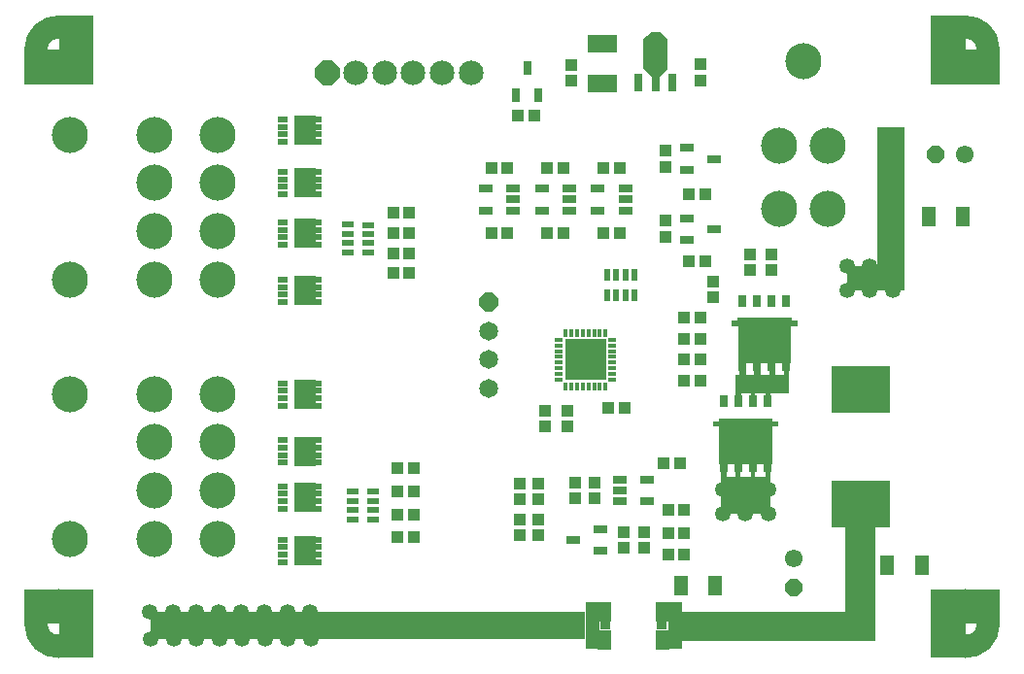
<source format=gts>
G04*
G04 #@! TF.GenerationSoftware,Altium Limited,Altium Designer,19.1.5 (86)*
G04*
G04 Layer_Color=8388736*
%FSLAX44Y44*%
%MOMM*%
G71*
G01*
G75*
%ADD17C,2.0000*%
%ADD18R,3.6000X3.6000*%
%ADD19R,0.7500X0.4500*%
%ADD20R,0.4500X0.7500*%
%ADD21R,1.0000X1.0000*%
%ADD22R,1.0000X0.6000*%
%ADD23R,1.1500X1.7500*%
%ADD24R,1.0000X1.0000*%
%ADD25R,0.7500X1.5500*%
%ADD26R,0.8000X1.3500*%
%ADD27R,2.5500X1.5500*%
%ADD28R,0.7500X1.1500*%
%ADD29R,1.1500X0.7500*%
%ADD30R,0.7400X1.0000*%
%ADD31R,0.7500X0.9500*%
%ADD32R,5.1500X4.1500*%
%ADD33R,0.6900X0.5700*%
%ADD34R,0.8500X0.5700*%
%ADD35R,0.9500X0.6500*%
%ADD36R,1.2500X4.1500*%
%ADD37R,0.6000X1.0000*%
%ADD38R,1.8600X2.5200*%
%ADD39R,1.1500X1.7000*%
%ADD40P,1.6777X8X22.5*%
%ADD41C,1.5500*%
%ADD42C,1.6500*%
%ADD43P,1.7860X8X292.5*%
%ADD44C,3.1500*%
%ADD45C,2.1500*%
%ADD46P,2.3272X8X22.5*%
%ADD47P,1.6777X8X112.5*%
%ADD48C,0.1500*%
%ADD49C,0.8500*%
%ADD50C,1.3500*%
G36*
X553030Y545750D02*
X553060Y545750D01*
X553089Y545745D01*
X553118Y545743D01*
X553147Y545736D01*
X553177Y545731D01*
X553205Y545722D01*
X553232Y545715D01*
X553260Y545704D01*
X553289Y545695D01*
X553315Y545681D01*
X553341Y545670D01*
X553368Y545654D01*
X553394Y545641D01*
X553417Y545624D01*
X553442Y545609D01*
X553465Y545589D01*
X553490Y545571D01*
X560490Y539571D01*
X560510Y539551D01*
X560532Y539532D01*
X560552Y539509D01*
X560573Y539487D01*
X560590Y539464D01*
X560609Y539442D01*
X560625Y539416D01*
X560642Y539392D01*
X560655Y539366D01*
X560670Y539342D01*
X560682Y539314D01*
X560696Y539287D01*
X560704Y539259D01*
X560715Y539232D01*
X560723Y539203D01*
X560732Y539174D01*
X560736Y539146D01*
X560743Y539118D01*
X560745Y539088D01*
X560750Y539058D01*
X560750Y539029D01*
X560752Y539000D01*
Y514000D01*
X560743Y513882D01*
X560715Y513768D01*
X560684Y513690D01*
X560670Y513658D01*
X560609Y513558D01*
X560532Y513468D01*
X553532Y506468D01*
X553442Y506391D01*
X553341Y506330D01*
X553232Y506285D01*
X553118Y506257D01*
X553000Y506248D01*
X547000D01*
X546882Y506257D01*
X546767Y506284D01*
X546690Y506316D01*
X546658Y506330D01*
X546558Y506391D01*
X546468Y506468D01*
X539468Y513468D01*
X539391Y513558D01*
X539330Y513658D01*
X539307Y513713D01*
X539285Y513768D01*
X539257Y513882D01*
X539248Y514000D01*
Y539000D01*
X539250Y539029D01*
X539250Y539058D01*
X539255Y539088D01*
X539257Y539118D01*
X539264Y539146D01*
X539268Y539174D01*
X539277Y539203D01*
X539285Y539232D01*
X539296Y539259D01*
X539304Y539287D01*
X539318Y539314D01*
X539330Y539342D01*
X539345Y539366D01*
X539358Y539392D01*
X539375Y539416D01*
X539391Y539442D01*
X539410Y539464D01*
X539427Y539487D01*
X539448Y539509D01*
X539468Y539532D01*
X539490Y539551D01*
X539510Y539571D01*
X546510Y545571D01*
X546535Y545589D01*
X546558Y545609D01*
X546582Y545624D01*
X546606Y545641D01*
X546632Y545654D01*
X546658Y545670D01*
X546685Y545681D01*
X546711Y545695D01*
X546740Y545704D01*
X546768Y545715D01*
X546795Y545722D01*
X546823Y545731D01*
X546853Y545736D01*
X546882Y545743D01*
X546911Y545745D01*
X546940Y545750D01*
X546970Y545750D01*
X547000Y545752D01*
X553000D01*
X553030Y545750D01*
D02*
G37*
G36*
X820000Y530000D02*
X850000D01*
X850000Y500000D01*
X790000D01*
Y560000D01*
X790000Y560000D01*
X820000D01*
Y530000D01*
D02*
G37*
G36*
X60000Y500000D02*
X0D01*
X-0Y500000D01*
Y530000D01*
X30000D01*
Y560000D01*
X60000Y560000D01*
Y500000D01*
D02*
G37*
G36*
X767000Y423000D02*
Y382000D01*
X767000Y320746D01*
X716710D01*
Y341746D01*
X743000Y341746D01*
Y463000D01*
X767000D01*
Y423000D01*
D02*
G37*
G36*
X668550Y294500D02*
X673550D01*
Y289500D01*
X668050D01*
Y257000D01*
X622050D01*
Y289500D01*
X616550D01*
Y294500D01*
X621550D01*
Y296750D01*
X668550D01*
Y294500D01*
D02*
G37*
G36*
X629000Y247000D02*
X636000D01*
Y251000D01*
X642000D01*
Y247000D01*
X649000D01*
Y251000D01*
X654000D01*
Y247000D01*
X662000D01*
Y250000D01*
X666000D01*
Y231000D01*
X650000D01*
Y228000D01*
X646000D01*
Y231000D01*
X637000D01*
Y228000D01*
X633000D01*
Y231000D01*
X625000D01*
Y228000D01*
X620000D01*
Y247000D01*
X623000D01*
Y252000D01*
X629000D01*
Y247000D01*
D02*
G37*
G36*
X652050Y206500D02*
X657050D01*
Y201500D01*
X651550D01*
Y169000D01*
X605550D01*
Y201500D01*
X600050D01*
Y206500D01*
X605050D01*
Y208750D01*
X652050D01*
Y206500D01*
D02*
G37*
G36*
X612000Y158000D02*
X620000D01*
Y162000D01*
X624000D01*
Y158000D01*
X633000D01*
Y162000D01*
X637000D01*
Y158000D01*
X646000D01*
Y162000D01*
X650000D01*
Y126000D01*
X608550D01*
X607000Y126000D01*
Y163000D01*
X612000D01*
Y158000D01*
D02*
G37*
G36*
X318501Y40000D02*
X318501Y16470D01*
X110000Y16470D01*
X110000Y40000D01*
X318501Y40000D01*
D02*
G37*
G36*
X488750Y40000D02*
X488750Y16470D01*
X318501Y16470D01*
Y40000D01*
X451000D01*
X488750Y40000D01*
D02*
G37*
G36*
X742000Y114000D02*
X742000Y15000D01*
X572000Y15000D01*
X572000Y40000D01*
X715000D01*
Y114000D01*
X742000Y114000D01*
D02*
G37*
G36*
X850000Y60000D02*
Y30000D01*
X820000D01*
Y0D01*
X790000Y-0D01*
Y60000D01*
X850000D01*
X850000Y60000D01*
D02*
G37*
G36*
X60000Y-0D02*
X60000Y-0D01*
X30000D01*
Y30000D01*
X0D01*
X-0Y60000D01*
X60000D01*
Y-0D01*
D02*
G37*
D17*
X840000Y530000D02*
G03*
X840000Y530000I-20000J0D01*
G01*
X840000Y30000D02*
G03*
X840000Y30000I-20000J0D01*
G01*
X50000D02*
G03*
X50000Y30000I-20000J0D01*
G01*
X50000Y530000D02*
G03*
X50000Y530000I-20000J0D01*
G01*
D18*
X489000Y260000D02*
D03*
D19*
X465500Y242500D02*
D03*
Y247500D02*
D03*
Y252500D02*
D03*
Y257500D02*
D03*
Y262500D02*
D03*
Y267500D02*
D03*
Y272500D02*
D03*
Y277500D02*
D03*
X512500D02*
D03*
Y272500D02*
D03*
Y267500D02*
D03*
Y262500D02*
D03*
Y257500D02*
D03*
Y252500D02*
D03*
Y247500D02*
D03*
Y242500D02*
D03*
D20*
X471500Y283500D02*
D03*
X476500D02*
D03*
X481500D02*
D03*
X486500D02*
D03*
X491500D02*
D03*
X496500D02*
D03*
X501500D02*
D03*
X506500D02*
D03*
X506500Y236500D02*
D03*
X501500D02*
D03*
X496500D02*
D03*
X491500D02*
D03*
X486500D02*
D03*
X481500D02*
D03*
X476500D02*
D03*
X471500D02*
D03*
D21*
X557181Y169819D02*
D03*
X571181D02*
D03*
X325250Y105250D02*
D03*
X339250D02*
D03*
X325250Y125250D02*
D03*
X339250D02*
D03*
X325250Y145250D02*
D03*
X339250D02*
D03*
X325250Y165250D02*
D03*
X339250D02*
D03*
X430155Y473203D02*
D03*
X444155D02*
D03*
X518797Y426750D02*
D03*
X504797D02*
D03*
X518797Y370750D02*
D03*
X504796D02*
D03*
X469796Y370750D02*
D03*
X455797D02*
D03*
X469796Y426750D02*
D03*
X455797D02*
D03*
X420797D02*
D03*
X406796D02*
D03*
X420797Y370750D02*
D03*
X406796D02*
D03*
X579450Y404000D02*
D03*
X593450D02*
D03*
X579450Y345500D02*
D03*
X593450D02*
D03*
X589000Y296500D02*
D03*
X575000D02*
D03*
X589000Y278000D02*
D03*
X575000D02*
D03*
X589000Y260000D02*
D03*
X575000D02*
D03*
X589000Y242000D02*
D03*
X575000D02*
D03*
X321250Y353000D02*
D03*
X335250D02*
D03*
X321250Y335500D02*
D03*
X335250D02*
D03*
X321250Y370500D02*
D03*
X335250D02*
D03*
X321250Y388000D02*
D03*
X335250D02*
D03*
X561000Y129000D02*
D03*
X575000D02*
D03*
X561000Y109000D02*
D03*
X575000D02*
D03*
Y90000D02*
D03*
X561000D02*
D03*
X522797Y218000D02*
D03*
X508797D02*
D03*
D22*
X303500Y128750D02*
D03*
Y120750D02*
D03*
Y136750D02*
D03*
Y144750D02*
D03*
X286000Y145000D02*
D03*
Y136750D02*
D03*
Y128750D02*
D03*
Y120750D02*
D03*
X299500Y361500D02*
D03*
Y353500D02*
D03*
Y369500D02*
D03*
Y377500D02*
D03*
X282000Y377750D02*
D03*
Y369500D02*
D03*
Y361500D02*
D03*
Y353500D02*
D03*
D23*
X788000Y385000D02*
D03*
X818000D02*
D03*
X752000Y81000D02*
D03*
X782000D02*
D03*
X572000Y63358D02*
D03*
X602000D02*
D03*
D24*
X589000Y517500D02*
D03*
Y503500D02*
D03*
X476500Y517000D02*
D03*
Y503000D02*
D03*
X558950Y442000D02*
D03*
Y428000D02*
D03*
Y381000D02*
D03*
Y367000D02*
D03*
X632050Y351800D02*
D03*
Y337800D02*
D03*
X600250Y328297D02*
D03*
Y314296D02*
D03*
X480000Y153000D02*
D03*
Y139000D02*
D03*
X497000Y153000D02*
D03*
Y139000D02*
D03*
X540000Y96000D02*
D03*
Y110000D02*
D03*
X522000Y96000D02*
D03*
Y110000D02*
D03*
X447500Y152000D02*
D03*
Y138000D02*
D03*
X431365Y152000D02*
D03*
Y138000D02*
D03*
X431500Y120754D02*
D03*
Y106754D02*
D03*
X447500D02*
D03*
Y120754D02*
D03*
X454000Y201750D02*
D03*
Y215750D02*
D03*
X473000Y201750D02*
D03*
Y215750D02*
D03*
X650648Y337800D02*
D03*
Y351800D02*
D03*
D25*
X535000Y502000D02*
D03*
X565000D02*
D03*
D26*
X550000Y501000D02*
D03*
D27*
X503750Y500750D02*
D03*
Y535750D02*
D03*
D28*
X428655Y490204D02*
D03*
X447655D02*
D03*
X438155Y514203D02*
D03*
D29*
X523797Y390250D02*
D03*
Y399750D02*
D03*
Y409250D02*
D03*
X499796D02*
D03*
Y390250D02*
D03*
X474797D02*
D03*
Y399750D02*
D03*
Y409250D02*
D03*
X450797D02*
D03*
Y390250D02*
D03*
X425797D02*
D03*
Y399750D02*
D03*
Y409250D02*
D03*
X401796D02*
D03*
Y390250D02*
D03*
X577000Y444500D02*
D03*
Y425500D02*
D03*
X601000Y435000D02*
D03*
X577200Y383500D02*
D03*
Y364500D02*
D03*
X601200Y374000D02*
D03*
X519000Y155500D02*
D03*
Y146000D02*
D03*
Y136500D02*
D03*
X543000D02*
D03*
Y155500D02*
D03*
X502000Y93500D02*
D03*
Y112500D02*
D03*
X478000Y103000D02*
D03*
D30*
X638650Y311500D02*
D03*
X664050D02*
D03*
X651350D02*
D03*
X625950D02*
D03*
X622150Y223500D02*
D03*
X647550D02*
D03*
X634850D02*
D03*
X609450D02*
D03*
D31*
X626000Y254000D02*
D03*
X638700D02*
D03*
X651400D02*
D03*
X664100D02*
D03*
X609500Y166000D02*
D03*
X622200D02*
D03*
X634900D02*
D03*
X647600D02*
D03*
D32*
X729000Y134000D02*
D03*
Y234000D02*
D03*
D33*
X255800Y469500D02*
D03*
Y463000D02*
D03*
Y456500D02*
D03*
Y450000D02*
D03*
Y423750D02*
D03*
Y417250D02*
D03*
Y410750D02*
D03*
Y404250D02*
D03*
Y379750D02*
D03*
Y373250D02*
D03*
Y366750D02*
D03*
Y360250D02*
D03*
Y329750D02*
D03*
Y323250D02*
D03*
Y316750D02*
D03*
Y310250D02*
D03*
Y239500D02*
D03*
Y233000D02*
D03*
Y226500D02*
D03*
Y220000D02*
D03*
Y189750D02*
D03*
Y183250D02*
D03*
Y176750D02*
D03*
Y170250D02*
D03*
Y149750D02*
D03*
Y143250D02*
D03*
Y136750D02*
D03*
Y130250D02*
D03*
X255800Y103250D02*
D03*
Y96750D02*
D03*
Y90250D02*
D03*
Y83750D02*
D03*
D34*
X225000Y450000D02*
D03*
Y456500D02*
D03*
Y463000D02*
D03*
Y469500D02*
D03*
Y404250D02*
D03*
Y410750D02*
D03*
Y417250D02*
D03*
Y423750D02*
D03*
Y360250D02*
D03*
Y366750D02*
D03*
Y373250D02*
D03*
Y379750D02*
D03*
Y310250D02*
D03*
Y316750D02*
D03*
Y323250D02*
D03*
Y329750D02*
D03*
Y220000D02*
D03*
Y226500D02*
D03*
Y233000D02*
D03*
Y239500D02*
D03*
Y170250D02*
D03*
Y176750D02*
D03*
Y183250D02*
D03*
Y189750D02*
D03*
Y130250D02*
D03*
Y136750D02*
D03*
Y143250D02*
D03*
Y149750D02*
D03*
X225000Y83750D02*
D03*
Y90250D02*
D03*
Y96750D02*
D03*
Y103250D02*
D03*
D35*
X506500Y28000D02*
D03*
X555500D02*
D03*
D36*
X495000D02*
D03*
X567000D02*
D03*
D37*
X531796Y316250D02*
D03*
X523797D02*
D03*
X515797D02*
D03*
X507547D02*
D03*
X507797Y333750D02*
D03*
X515797D02*
D03*
X531796D02*
D03*
X523797D02*
D03*
D38*
X244550Y459755D02*
D03*
X244550Y414005D02*
D03*
X244550Y370005D02*
D03*
X244550Y320005D02*
D03*
X244550Y229755D02*
D03*
Y180005D02*
D03*
Y140005D02*
D03*
X244550Y93505D02*
D03*
D39*
X505500Y15750D02*
D03*
X505500Y40250D02*
D03*
X556500Y15750D02*
D03*
X556500Y40250D02*
D03*
D40*
X794500Y439000D02*
D03*
D41*
X819500D02*
D03*
X670050Y86700D02*
D03*
D42*
X405000Y260000D02*
D03*
Y285000D02*
D03*
Y235000D02*
D03*
D43*
Y310000D02*
D03*
D44*
X40000Y104000D02*
D03*
Y230000D02*
D03*
X168000D02*
D03*
Y188000D02*
D03*
Y146000D02*
D03*
Y104000D02*
D03*
X113000D02*
D03*
Y146000D02*
D03*
Y188000D02*
D03*
Y230000D02*
D03*
X40000Y330000D02*
D03*
Y456000D02*
D03*
X168000D02*
D03*
Y414000D02*
D03*
Y372000D02*
D03*
Y330000D02*
D03*
X113000D02*
D03*
Y372000D02*
D03*
Y414000D02*
D03*
Y456000D02*
D03*
X679000Y520000D02*
D03*
X700000Y391500D02*
D03*
X658000D02*
D03*
Y446500D02*
D03*
X700000D02*
D03*
D45*
X389000Y510000D02*
D03*
X338750D02*
D03*
X288750D02*
D03*
X313750D02*
D03*
X364000D02*
D03*
D46*
X263750D02*
D03*
D47*
X670050Y61700D02*
D03*
D48*
X820000Y530000D02*
D03*
X820000Y30000D02*
D03*
X30000D02*
D03*
X30000Y530000D02*
D03*
D49*
X501500Y272500D02*
D03*
X489000D02*
D03*
X476500D02*
D03*
X476500Y260000D02*
D03*
Y247500D02*
D03*
X489000D02*
D03*
X501500D02*
D03*
Y260000D02*
D03*
X489000D02*
D03*
D50*
X736710Y341746D02*
D03*
X756710D02*
D03*
Y320746D02*
D03*
X736710D02*
D03*
X716710D02*
D03*
Y341604D02*
D03*
X170000Y16470D02*
D03*
X169500Y40000D02*
D03*
X149500D02*
D03*
X150000Y16470D02*
D03*
X130000D02*
D03*
X129500Y40000D02*
D03*
X109500D02*
D03*
X110000Y16470D02*
D03*
X189500D02*
D03*
X189000Y40000D02*
D03*
X209000D02*
D03*
X209500Y16470D02*
D03*
X229500D02*
D03*
X229000Y40000D02*
D03*
X249000D02*
D03*
X249500Y16470D02*
D03*
X608550Y147000D02*
D03*
X628550D02*
D03*
X648550D02*
D03*
Y126000D02*
D03*
X628550D02*
D03*
X608550D02*
D03*
M02*

</source>
